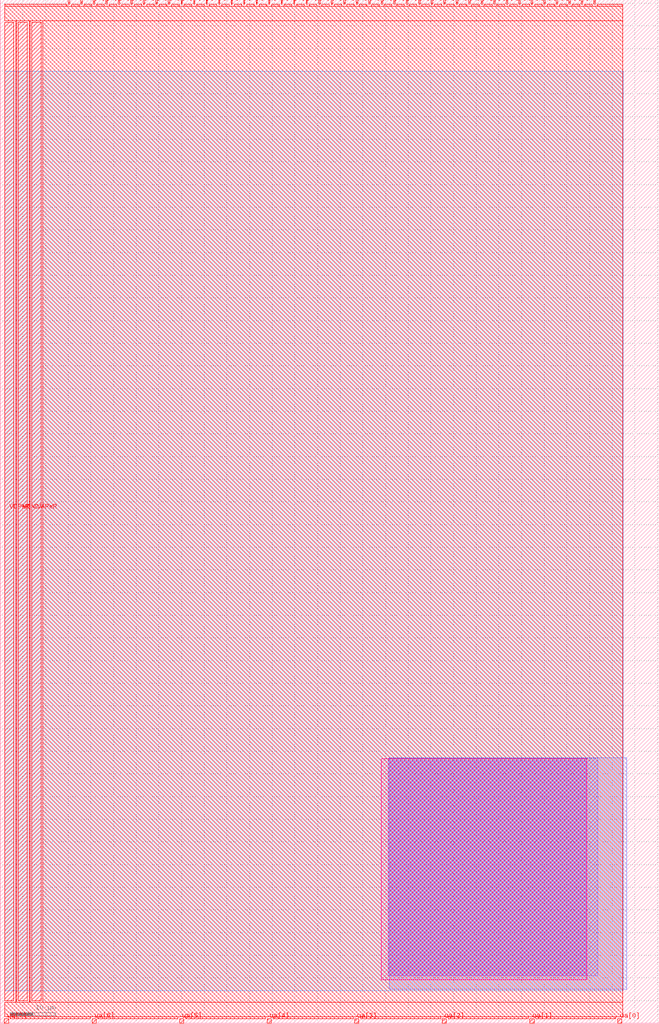
<source format=lef>
VERSION 5.7 ;
  NOWIREEXTENSIONATPIN ON ;
  DIVIDERCHAR "/" ;
  BUSBITCHARS "[]" ;
MACRO tt_um_emilian_opamp_3v3
  CLASS BLOCK ;
  FOREIGN tt_um_emilian_opamp_3v3 ;
  ORIGIN 0.000 0.000 ;
  SIZE 145.360 BY 225.760 ;
  PIN clk
    DIRECTION INPUT ;
    USE SIGNAL ;
    PORT
      LAYER met4 ;
        RECT 128.190 224.760 128.490 225.760 ;
    END
  END clk
  PIN ena
    DIRECTION INPUT ;
    USE SIGNAL ;
    PORT
      LAYER met4 ;
        RECT 130.950 224.760 131.250 225.760 ;
    END
  END ena
  PIN rst_n
    DIRECTION INPUT ;
    USE SIGNAL ;
    PORT
      LAYER met4 ;
        RECT 125.430 224.760 125.730 225.760 ;
    END
  END rst_n
  PIN ua[0]
    DIRECTION INOUT ;
    USE SIGNAL ;
    ANTENNADIFFAREA 8.120000 ;
    PORT
      LAYER met4 ;
        RECT 136.170 0.000 137.070 1.000 ;
    END
  END ua[0]
  PIN ua[1]
    DIRECTION INOUT ;
    USE SIGNAL ;
    ANTENNAGATEAREA 8.000000 ;
    ANTENNADIFFAREA 0.180000 ;
    PORT
      LAYER met4 ;
        RECT 116.850 0.000 117.750 1.000 ;
    END
  END ua[1]
  PIN ua[2]
    DIRECTION INOUT ;
    USE SIGNAL ;
    ANTENNAGATEAREA 8.000000 ;
    ANTENNADIFFAREA 0.180000 ;
    PORT
      LAYER met4 ;
        RECT 97.530 0.000 98.430 1.000 ;
    END
  END ua[2]
  PIN ua[3]
    DIRECTION INOUT ;
    USE SIGNAL ;
    PORT
      LAYER met4 ;
        RECT 78.210 0.000 79.110 1.000 ;
    END
  END ua[3]
  PIN ua[4]
    DIRECTION INOUT ;
    USE SIGNAL ;
    PORT
      LAYER met4 ;
        RECT 58.890 0.000 59.790 1.000 ;
    END
  END ua[4]
  PIN ua[5]
    DIRECTION INOUT ;
    USE SIGNAL ;
    PORT
      LAYER met4 ;
        RECT 39.570 0.000 40.470 1.000 ;
    END
  END ua[5]
  PIN ua[6]
    DIRECTION INOUT ;
    USE SIGNAL ;
    PORT
      LAYER met4 ;
        RECT 20.250 0.000 21.150 1.000 ;
    END
  END ua[6]
  PIN ua[7]
    DIRECTION INOUT ;
    USE SIGNAL ;
    PORT
      LAYER met4 ;
        RECT 0.930 0.000 1.830 1.000 ;
    END
  END ua[7]
  PIN ui_in[0]
    DIRECTION INPUT ;
    USE SIGNAL ;
    ANTENNAGATEAREA 2.000000 ;
    PORT
      LAYER met4 ;
        RECT 122.670 224.760 122.970 225.760 ;
    END
  END ui_in[0]
  PIN ui_in[1]
    DIRECTION INPUT ;
    USE SIGNAL ;
    ANTENNAGATEAREA 3.500000 ;
    PORT
      LAYER met4 ;
        RECT 119.910 224.760 120.210 225.760 ;
    END
  END ui_in[1]
  PIN ui_in[2]
    DIRECTION INPUT ;
    USE SIGNAL ;
    ANTENNAGATEAREA 0.067500 ;
    PORT
      LAYER met4 ;
        RECT 117.150 224.760 117.450 225.760 ;
    END
  END ui_in[2]
  PIN ui_in[3]
    DIRECTION INPUT ;
    USE SIGNAL ;
    ANTENNAGATEAREA 0.067500 ;
    PORT
      LAYER met4 ;
        RECT 114.390 224.760 114.690 225.760 ;
    END
  END ui_in[3]
  PIN ui_in[4]
    DIRECTION INPUT ;
    USE SIGNAL ;
    ANTENNAGATEAREA 0.067500 ;
    PORT
      LAYER met4 ;
        RECT 111.630 224.760 111.930 225.760 ;
    END
  END ui_in[4]
  PIN ui_in[5]
    DIRECTION INPUT ;
    USE SIGNAL ;
    ANTENNAGATEAREA 0.067500 ;
    PORT
      LAYER met4 ;
        RECT 108.870 224.760 109.170 225.760 ;
    END
  END ui_in[5]
  PIN ui_in[6]
    DIRECTION INPUT ;
    USE SIGNAL ;
    PORT
      LAYER met4 ;
        RECT 106.110 224.760 106.410 225.760 ;
    END
  END ui_in[6]
  PIN ui_in[7]
    DIRECTION INPUT ;
    USE SIGNAL ;
    PORT
      LAYER met4 ;
        RECT 103.350 224.760 103.650 225.760 ;
    END
  END ui_in[7]
  PIN uio_in[0]
    DIRECTION INPUT ;
    USE SIGNAL ;
    PORT
      LAYER met4 ;
        RECT 100.590 224.760 100.890 225.760 ;
    END
  END uio_in[0]
  PIN uio_in[1]
    DIRECTION INPUT ;
    USE SIGNAL ;
    PORT
      LAYER met4 ;
        RECT 97.830 224.760 98.130 225.760 ;
    END
  END uio_in[1]
  PIN uio_in[2]
    DIRECTION INPUT ;
    USE SIGNAL ;
    PORT
      LAYER met4 ;
        RECT 95.070 224.760 95.370 225.760 ;
    END
  END uio_in[2]
  PIN uio_in[3]
    DIRECTION INPUT ;
    USE SIGNAL ;
    PORT
      LAYER met4 ;
        RECT 92.310 224.760 92.610 225.760 ;
    END
  END uio_in[3]
  PIN uio_in[4]
    DIRECTION INPUT ;
    USE SIGNAL ;
    PORT
      LAYER met4 ;
        RECT 89.550 224.760 89.850 225.760 ;
    END
  END uio_in[4]
  PIN uio_in[5]
    DIRECTION INPUT ;
    USE SIGNAL ;
    PORT
      LAYER met4 ;
        RECT 86.790 224.760 87.090 225.760 ;
    END
  END uio_in[5]
  PIN uio_in[6]
    DIRECTION INPUT ;
    USE SIGNAL ;
    PORT
      LAYER met4 ;
        RECT 84.030 224.760 84.330 225.760 ;
    END
  END uio_in[6]
  PIN uio_in[7]
    DIRECTION INPUT ;
    USE SIGNAL ;
    PORT
      LAYER met4 ;
        RECT 81.270 224.760 81.570 225.760 ;
    END
  END uio_in[7]
  PIN uio_oe[0]
    DIRECTION OUTPUT ;
    USE SIGNAL ;
    ANTENNADIFFAREA 69.836601 ;
    PORT
      LAYER met4 ;
        RECT 34.350 224.760 34.650 225.760 ;
    END
  END uio_oe[0]
  PIN uio_oe[1]
    DIRECTION OUTPUT ;
    USE SIGNAL ;
    ANTENNADIFFAREA 69.836601 ;
    PORT
      LAYER met4 ;
        RECT 31.590 224.760 31.890 225.760 ;
    END
  END uio_oe[1]
  PIN uio_oe[2]
    DIRECTION OUTPUT ;
    USE SIGNAL ;
    ANTENNADIFFAREA 69.836601 ;
    PORT
      LAYER met4 ;
        RECT 28.830 224.760 29.130 225.760 ;
    END
  END uio_oe[2]
  PIN uio_oe[3]
    DIRECTION OUTPUT ;
    USE SIGNAL ;
    ANTENNADIFFAREA 69.836601 ;
    PORT
      LAYER met4 ;
        RECT 26.070 224.760 26.370 225.760 ;
    END
  END uio_oe[3]
  PIN uio_oe[4]
    DIRECTION OUTPUT ;
    USE SIGNAL ;
    ANTENNADIFFAREA 69.836601 ;
    PORT
      LAYER met4 ;
        RECT 23.310 224.760 23.610 225.760 ;
    END
  END uio_oe[4]
  PIN uio_oe[5]
    DIRECTION OUTPUT ;
    USE SIGNAL ;
    ANTENNADIFFAREA 69.836601 ;
    PORT
      LAYER met4 ;
        RECT 20.550 224.760 20.850 225.760 ;
    END
  END uio_oe[5]
  PIN uio_oe[6]
    DIRECTION OUTPUT ;
    USE SIGNAL ;
    ANTENNADIFFAREA 69.836601 ;
    PORT
      LAYER met4 ;
        RECT 17.790 224.760 18.090 225.760 ;
    END
  END uio_oe[6]
  PIN uio_oe[7]
    DIRECTION OUTPUT ;
    USE SIGNAL ;
    ANTENNADIFFAREA 69.836601 ;
    PORT
      LAYER met4 ;
        RECT 15.030 224.760 15.330 225.760 ;
    END
  END uio_oe[7]
  PIN uio_out[0]
    DIRECTION OUTPUT ;
    USE SIGNAL ;
    ANTENNADIFFAREA 69.836601 ;
    PORT
      LAYER met4 ;
        RECT 56.430 224.760 56.730 225.760 ;
    END
  END uio_out[0]
  PIN uio_out[1]
    DIRECTION OUTPUT ;
    USE SIGNAL ;
    ANTENNADIFFAREA 69.836601 ;
    PORT
      LAYER met4 ;
        RECT 53.670 224.760 53.970 225.760 ;
    END
  END uio_out[1]
  PIN uio_out[2]
    DIRECTION OUTPUT ;
    USE SIGNAL ;
    ANTENNADIFFAREA 69.836601 ;
    PORT
      LAYER met4 ;
        RECT 50.910 224.760 51.210 225.760 ;
    END
  END uio_out[2]
  PIN uio_out[3]
    DIRECTION OUTPUT ;
    USE SIGNAL ;
    ANTENNADIFFAREA 69.836601 ;
    PORT
      LAYER met4 ;
        RECT 48.150 224.760 48.450 225.760 ;
    END
  END uio_out[3]
  PIN uio_out[4]
    DIRECTION OUTPUT ;
    USE SIGNAL ;
    ANTENNADIFFAREA 69.836601 ;
    PORT
      LAYER met4 ;
        RECT 45.390 224.760 45.690 225.760 ;
    END
  END uio_out[4]
  PIN uio_out[5]
    DIRECTION OUTPUT ;
    USE SIGNAL ;
    ANTENNADIFFAREA 69.836601 ;
    PORT
      LAYER met4 ;
        RECT 42.630 224.760 42.930 225.760 ;
    END
  END uio_out[5]
  PIN uio_out[6]
    DIRECTION OUTPUT ;
    USE SIGNAL ;
    ANTENNADIFFAREA 69.836601 ;
    PORT
      LAYER met4 ;
        RECT 39.870 224.760 40.170 225.760 ;
    END
  END uio_out[6]
  PIN uio_out[7]
    DIRECTION OUTPUT ;
    USE SIGNAL ;
    ANTENNADIFFAREA 69.836601 ;
    PORT
      LAYER met4 ;
        RECT 37.110 224.760 37.410 225.760 ;
    END
  END uio_out[7]
  PIN uo_out[0]
    DIRECTION OUTPUT ;
    USE SIGNAL ;
    ANTENNADIFFAREA 69.836601 ;
    PORT
      LAYER met4 ;
        RECT 78.510 224.760 78.810 225.760 ;
    END
  END uo_out[0]
  PIN uo_out[1]
    DIRECTION OUTPUT ;
    USE SIGNAL ;
    ANTENNADIFFAREA 69.836601 ;
    PORT
      LAYER met4 ;
        RECT 75.750 224.760 76.050 225.760 ;
    END
  END uo_out[1]
  PIN uo_out[2]
    DIRECTION OUTPUT ;
    USE SIGNAL ;
    ANTENNADIFFAREA 69.836601 ;
    PORT
      LAYER met4 ;
        RECT 72.990 224.760 73.290 225.760 ;
    END
  END uo_out[2]
  PIN uo_out[3]
    DIRECTION OUTPUT ;
    USE SIGNAL ;
    ANTENNADIFFAREA 69.836601 ;
    PORT
      LAYER met4 ;
        RECT 70.230 224.760 70.530 225.760 ;
    END
  END uo_out[3]
  PIN uo_out[4]
    DIRECTION OUTPUT ;
    USE SIGNAL ;
    ANTENNADIFFAREA 69.836601 ;
    PORT
      LAYER met4 ;
        RECT 67.470 224.760 67.770 225.760 ;
    END
  END uo_out[4]
  PIN uo_out[5]
    DIRECTION OUTPUT ;
    USE SIGNAL ;
    ANTENNADIFFAREA 69.836601 ;
    PORT
      LAYER met4 ;
        RECT 64.710 224.760 65.010 225.760 ;
    END
  END uo_out[5]
  PIN uo_out[6]
    DIRECTION OUTPUT ;
    USE SIGNAL ;
    ANTENNADIFFAREA 69.836601 ;
    PORT
      LAYER met4 ;
        RECT 61.950 224.760 62.250 225.760 ;
    END
  END uo_out[6]
  PIN uo_out[7]
    DIRECTION OUTPUT ;
    USE SIGNAL ;
    ANTENNADIFFAREA 69.836601 ;
    PORT
      LAYER met4 ;
        RECT 59.190 224.760 59.490 225.760 ;
    END
  END uo_out[7]
  PIN VDPWR
    DIRECTION INOUT ;
    USE POWER ;
    PORT
      LAYER met4 ;
        RECT 1.000 5.000 3.000 220.760 ;
    END
  END VDPWR
  PIN VGND
    DIRECTION INOUT ;
    USE GROUND ;
    PORT
      LAYER met4 ;
        RECT 4.000 5.000 6.000 220.760 ;
    END
  END VGND
  PIN VAPWR
    DIRECTION INOUT ;
    USE POWER ;
    PORT
      LAYER met4 ;
        RECT 7.000 5.000 9.000 220.760 ;
    END
  END VAPWR
  OBS
      LAYER nwell ;
        RECT 84.000 9.600 129.380 58.320 ;
      LAYER li1 ;
        RECT 85.600 10.450 129.140 57.930 ;
      LAYER met1 ;
        RECT 85.600 10.500 131.800 58.500 ;
      LAYER met2 ;
        RECT 85.800 7.460 138.200 58.550 ;
      LAYER met3 ;
        RECT 0.960 7.215 137.370 210.000 ;
      LAYER met4 ;
        RECT 0.985 224.360 14.630 224.760 ;
        RECT 15.730 224.360 17.390 224.760 ;
        RECT 18.490 224.360 20.150 224.760 ;
        RECT 21.250 224.360 22.910 224.760 ;
        RECT 24.010 224.360 25.670 224.760 ;
        RECT 26.770 224.360 28.430 224.760 ;
        RECT 29.530 224.360 31.190 224.760 ;
        RECT 32.290 224.360 33.950 224.760 ;
        RECT 35.050 224.360 36.710 224.760 ;
        RECT 37.810 224.360 39.470 224.760 ;
        RECT 40.570 224.360 42.230 224.760 ;
        RECT 43.330 224.360 44.990 224.760 ;
        RECT 46.090 224.360 47.750 224.760 ;
        RECT 48.850 224.360 50.510 224.760 ;
        RECT 51.610 224.360 53.270 224.760 ;
        RECT 54.370 224.360 56.030 224.760 ;
        RECT 57.130 224.360 58.790 224.760 ;
        RECT 59.890 224.360 61.550 224.760 ;
        RECT 62.650 224.360 64.310 224.760 ;
        RECT 65.410 224.360 67.070 224.760 ;
        RECT 68.170 224.360 69.830 224.760 ;
        RECT 70.930 224.360 72.590 224.760 ;
        RECT 73.690 224.360 75.350 224.760 ;
        RECT 76.450 224.360 78.110 224.760 ;
        RECT 79.210 224.360 80.870 224.760 ;
        RECT 81.970 224.360 83.630 224.760 ;
        RECT 84.730 224.360 86.390 224.760 ;
        RECT 87.490 224.360 89.150 224.760 ;
        RECT 90.250 224.360 91.910 224.760 ;
        RECT 93.010 224.360 94.670 224.760 ;
        RECT 95.770 224.360 97.430 224.760 ;
        RECT 98.530 224.360 100.190 224.760 ;
        RECT 101.290 224.360 102.950 224.760 ;
        RECT 104.050 224.360 105.710 224.760 ;
        RECT 106.810 224.360 108.470 224.760 ;
        RECT 109.570 224.360 111.230 224.760 ;
        RECT 112.330 224.360 113.990 224.760 ;
        RECT 115.090 224.360 116.750 224.760 ;
        RECT 117.850 224.360 119.510 224.760 ;
        RECT 120.610 224.360 122.270 224.760 ;
        RECT 123.370 224.360 125.030 224.760 ;
        RECT 126.130 224.360 127.790 224.760 ;
        RECT 128.890 224.360 130.550 224.760 ;
        RECT 131.650 224.360 137.350 224.760 ;
        RECT 0.985 221.160 137.350 224.360 ;
        RECT 3.400 4.600 3.600 221.160 ;
        RECT 6.400 4.600 6.600 221.160 ;
        RECT 9.400 4.600 137.350 221.160 ;
        RECT 0.985 1.400 137.350 4.600 ;
        RECT 2.230 1.000 19.850 1.400 ;
        RECT 21.550 1.000 39.170 1.400 ;
        RECT 40.870 1.000 58.490 1.400 ;
        RECT 60.190 1.000 77.810 1.400 ;
        RECT 79.510 1.000 97.130 1.400 ;
        RECT 98.830 1.000 116.450 1.400 ;
        RECT 118.150 1.000 135.770 1.400 ;
  END
END tt_um_emilian_opamp_3v3
END LIBRARY


</source>
